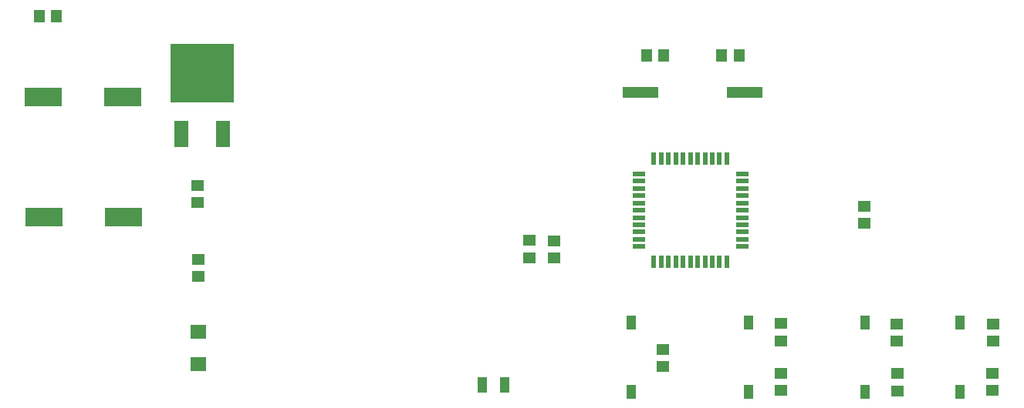
<source format=gtp>
G04*
G04 #@! TF.GenerationSoftware,Altium Limited,Altium Designer,21.0.8 (223)*
G04*
G04 Layer_Color=8421504*
%FSTAX24Y24*%
%MOIN*%
G70*
G04*
G04 #@! TF.SameCoordinates,3F40436D-0E53-4E97-8F6E-D988C466AF24*
G04*
G04*
G04 #@! TF.FilePolarity,Positive*
G04*
G01*
G75*
%ADD20R,0.0394X0.0591*%
%ADD21R,0.0551X0.0472*%
%ADD22R,0.0650X0.0600*%
%ADD23R,0.0530X0.0200*%
%ADD24R,0.0200X0.0530*%
%ADD25R,0.2756X0.2559*%
%ADD26R,0.0591X0.1122*%
%ADD27R,0.1614X0.0787*%
%ADD28R,0.0472X0.0551*%
%ADD29R,0.0394X0.0709*%
%ADD30R,0.1575X0.0472*%
D20*
X0447Y014196D02*
D03*
Y011204D02*
D03*
X04975Y014196D02*
D03*
Y011204D02*
D03*
X0589D02*
D03*
Y014196D02*
D03*
X0548Y011204D02*
D03*
Y014196D02*
D03*
D21*
X05115Y012D02*
D03*
Y011252D02*
D03*
X0603Y012D02*
D03*
Y011252D02*
D03*
X056199Y011972D02*
D03*
Y011224D02*
D03*
X046076Y012274D02*
D03*
Y013022D02*
D03*
X05115Y013402D02*
D03*
Y01415D02*
D03*
X054774Y018478D02*
D03*
Y019226D02*
D03*
X026001Y016178D02*
D03*
Y016926D02*
D03*
X025976Y020122D02*
D03*
Y019374D02*
D03*
X0403Y017D02*
D03*
Y017748D02*
D03*
X041374Y016978D02*
D03*
Y017726D02*
D03*
X060326Y014122D02*
D03*
Y013374D02*
D03*
X056176Y014122D02*
D03*
Y013374D02*
D03*
D22*
X026001Y0138D02*
D03*
Y01238D02*
D03*
D23*
X045015Y017475D02*
D03*
Y01779D02*
D03*
Y018105D02*
D03*
Y01842D02*
D03*
Y018735D02*
D03*
Y01905D02*
D03*
Y019365D02*
D03*
Y01968D02*
D03*
Y019995D02*
D03*
Y02031D02*
D03*
Y020625D02*
D03*
X049485D02*
D03*
Y02031D02*
D03*
Y019995D02*
D03*
Y01968D02*
D03*
Y019365D02*
D03*
Y01905D02*
D03*
Y018735D02*
D03*
Y01842D02*
D03*
Y018105D02*
D03*
Y01779D02*
D03*
Y017475D02*
D03*
D24*
X045675Y021285D02*
D03*
X04599D02*
D03*
X046305D02*
D03*
X04662D02*
D03*
X046935D02*
D03*
X04725D02*
D03*
X047565D02*
D03*
X04788D02*
D03*
X048195D02*
D03*
X04851D02*
D03*
X048825D02*
D03*
Y016815D02*
D03*
X04851D02*
D03*
X048195D02*
D03*
X04788D02*
D03*
X047565D02*
D03*
X04725D02*
D03*
X046935D02*
D03*
X04662D02*
D03*
X046305D02*
D03*
X04599D02*
D03*
X045675D02*
D03*
D25*
X02615Y025D02*
D03*
D26*
X027052Y022343D02*
D03*
X025248D02*
D03*
D27*
X022763Y01875D02*
D03*
X019337D02*
D03*
X019287Y02395D02*
D03*
X022713D02*
D03*
D28*
X019124Y027451D02*
D03*
X019872D02*
D03*
X045347Y025753D02*
D03*
X046095D02*
D03*
X049348Y02575D02*
D03*
X0486D02*
D03*
D29*
X038258Y0115D02*
D03*
X039242D02*
D03*
D30*
X0451Y02415D02*
D03*
X0496D02*
D03*
M02*

</source>
